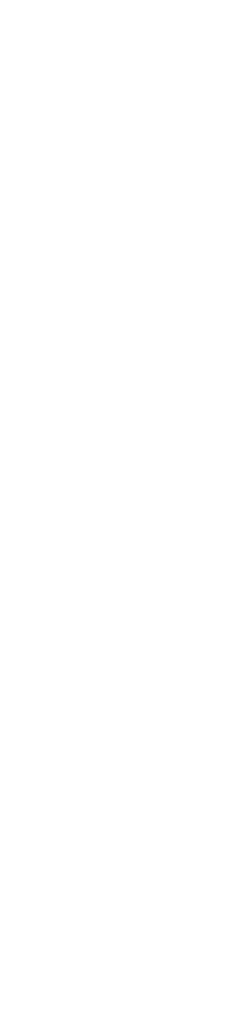
<source format=kicad_pcb>
(kicad_pcb (version 20171130) (host pcbnew "(5.0.1)-4")

  (general
    (thickness 1.6)
    (drawings 38)
    (tracks 0)
    (zones 0)
    (modules 0)
    (nets 1)
  )

  (page A4)
  (layers
    (0 F.Cu signal)
    (31 B.Cu signal)
    (32 B.Adhes user)
    (33 F.Adhes user)
    (34 B.Paste user)
    (35 F.Paste user)
    (36 B.SilkS user)
    (37 F.SilkS user)
    (38 B.Mask user)
    (39 F.Mask user)
    (40 Dwgs.User user)
    (41 Cmts.User user)
    (42 Eco1.User user)
    (43 Eco2.User user)
    (44 Edge.Cuts user)
    (45 Margin user)
    (46 B.CrtYd user)
    (47 F.CrtYd user)
    (48 B.Fab user)
    (49 F.Fab user)
  )

  (setup
    (last_trace_width 0.25)
    (trace_clearance 0.2)
    (zone_clearance 0.508)
    (zone_45_only no)
    (trace_min 0.2)
    (segment_width 0.3)
    (edge_width 0.2)
    (via_size 0.8)
    (via_drill 0.4)
    (via_min_size 0.4)
    (via_min_drill 0.3)
    (uvia_size 0.3)
    (uvia_drill 0.1)
    (uvias_allowed no)
    (uvia_min_size 0.2)
    (uvia_min_drill 0.1)
    (pcb_text_width 0.3)
    (pcb_text_size 1.5 1.5)
    (mod_edge_width 0.15)
    (mod_text_size 1 1)
    (mod_text_width 0.15)
    (pad_size 1.524 1.524)
    (pad_drill 0.762)
    (pad_to_mask_clearance 0.051)
    (solder_mask_min_width 0.25)
    (aux_axis_origin 0 0)
    (visible_elements 7FFFFFFF)
    (pcbplotparams
      (layerselection 0x010f0_ffffffff)
      (usegerberextensions false)
      (usegerberattributes false)
      (usegerberadvancedattributes false)
      (creategerberjobfile false)
      (excludeedgelayer true)
      (linewidth 0.100000)
      (plotframeref false)
      (viasonmask false)
      (mode 1)
      (useauxorigin false)
      (hpglpennumber 1)
      (hpglpenspeed 20)
      (hpglpendiameter 15.000000)
      (psnegative false)
      (psa4output false)
      (plotreference true)
      (plotvalue true)
      (plotinvisibletext false)
      (padsonsilk false)
      (subtractmaskfromsilk false)
      (outputformat 1)
      (mirror false)
      (drillshape 0)
      (scaleselection 1)
      (outputdirectory ""))
  )

  (net 0 "")

  (net_class Default "This is the default net class."
    (clearance 0.2)
    (trace_width 0.25)
    (via_dia 0.8)
    (via_drill 0.4)
    (uvia_dia 0.3)
    (uvia_drill 0.1)
  )

  (gr_line (start 7.65 55.8) (end 7.65 59) (layer Eco2.User) (width 0.2) (tstamp 5D1B5F82))
  (gr_line (start 3.65 59) (end 3.65 55.8) (layer Eco2.User) (width 0.2) (tstamp 5D1B5F81))
  (gr_arc (start 5.65 57.3) (end 7.649999 55.8) (angle -106.2602047) (layer Eco2.User) (width 0.2) (tstamp 5D1B5F80))
  (gr_arc (start 5.65 57.500001) (end 3.650001 59.000001) (angle -106.2602047) (layer Eco2.User) (width 0.2) (tstamp 5D1B5F7F))
  (gr_line (start 7.65 34.95) (end 7.65 38.15) (layer Eco2.User) (width 0.2) (tstamp 5D1B5F43))
  (gr_line (start 3.65 38.15) (end 3.65 34.95) (layer Eco2.User) (width 0.2) (tstamp 5D1B5F42))
  (gr_arc (start 5.65 36.45) (end 7.649999 34.95) (angle -106.2602047) (layer Eco2.User) (width 0.2) (tstamp 5D1B5F41))
  (gr_arc (start 5.65 36.650001) (end 3.650001 38.150001) (angle -106.2602047) (layer Eco2.User) (width 0.2) (tstamp 5D1B5F40))
  (gr_arc (start 5.65 57.500001) (end 3.650001 59.000001) (angle -106.2602047) (layer Eco2.User) (width 0.2) (tstamp 5D044AF0))
  (gr_arc (start 5.65 57.3) (end 7.649999 55.8) (angle -106.2602047) (layer Eco2.User) (width 0.2) (tstamp 5D044AEF))
  (gr_line (start 3.65 59) (end 3.65 55.8) (layer Eco2.User) (width 0.2) (tstamp 5D044AEE))
  (gr_line (start 7.65 55.8) (end 7.65 59) (layer Eco2.User) (width 0.2) (tstamp 5D044AED))
  (gr_line (start 7.65 34.95) (end 7.65 38.15) (layer Eco2.User) (width 0.2) (tstamp 5D044AD8))
  (gr_line (start 3.65 38.15) (end 3.65 34.95) (layer Eco2.User) (width 0.2) (tstamp 5D044AD7))
  (gr_arc (start 5.65 36.45) (end 7.649999 34.95) (angle -106.2602047) (layer Eco2.User) (width 0.2) (tstamp 5D044AD6))
  (gr_arc (start 5.65 36.650001) (end 3.650001 38.150001) (angle -106.2602047) (layer Eco2.User) (width 0.2) (tstamp 5D044AD5))
  (gr_circle (center 14.95 113.3) (end 16.55 113.2) (layer Eco2.User) (width 0.2))
  (gr_circle (center 21.95 113.2) (end 25.1 113.2) (layer Eco2.User) (width 0.1) (tstamp 5D032508))
  (gr_circle (center 8.05 113.2) (end 11.2 113.2) (layer Eco2.User) (width 0.1) (tstamp 5D032507))
  (gr_circle (center 21.95 100.3) (end 25.1 100.3) (layer Eco2.User) (width 0.2) (tstamp 5D0324CE))
  (gr_circle (center 8.05 100.3) (end 11.2 100.3) (layer Eco2.User) (width 0.2) (tstamp 5D0324CD))
  (gr_circle (center 21.95 87.35) (end 25.1 87.35) (layer Eco2.User) (width 0.2) (tstamp 5D0324A7))
  (gr_circle (center 8.05 87.35) (end 11.2 87.35) (layer Eco2.User) (width 0.2) (tstamp 5D0324A6))
  (gr_circle (center 21.95 74.35) (end 25.1 74.35) (layer Eco2.User) (width 0.2) (tstamp 5D032434))
  (gr_circle (center 8.05 74.35) (end 11.2 74.35) (layer Eco2.User) (width 0.2))
  (gr_circle (center 20.05 57.4) (end 23.55 57.4) (layer Eco2.User) (width 0.2) (tstamp 5D032388))
  (gr_circle (center 20.05 36.5) (end 24.55 36.5) (layer Eco2.User) (width 0.2) (tstamp 5D032316))
  (gr_arc (start 5.65 15.700001) (end 3.650001 17.200001) (angle -106.2602047) (layer Eco2.User) (width 0.2) (tstamp 5D03221D))
  (gr_arc (start 5.65 15.5) (end 7.649999 14) (angle -106.2602047) (layer Eco2.User) (width 0.2))
  (gr_line (start 3.65 17.2) (end 3.65 14) (layer Eco2.User) (width 0.2) (tstamp 5D0321FC))
  (gr_line (start 7.65 14) (end 7.65 17.2) (layer Eco2.User) (width 0.2))
  (gr_circle (center 20.05 15.6) (end 24.55 15.6) (layer Eco2.User) (width 0.2))
  (gr_circle (center 7.5 125.5) (end 9.1 125.5) (layer Eco2.User) (width 0.2) (tstamp 5D031F18))
  (gr_circle (center 7.5 3) (end 9.1 3) (layer Eco2.User) (width 0.2))
  (gr_line (start 0 128.5) (end 0 0) (layer Eco2.User) (width 0.2))
  (gr_line (start 30 128.5) (end 0 128.5) (layer Eco2.User) (width 0.2))
  (gr_line (start 30 0) (end 30 128.5) (layer Eco2.User) (width 0.2))
  (gr_line (start 0 0) (end 30 0) (layer Eco2.User) (width 0.2))

)

</source>
